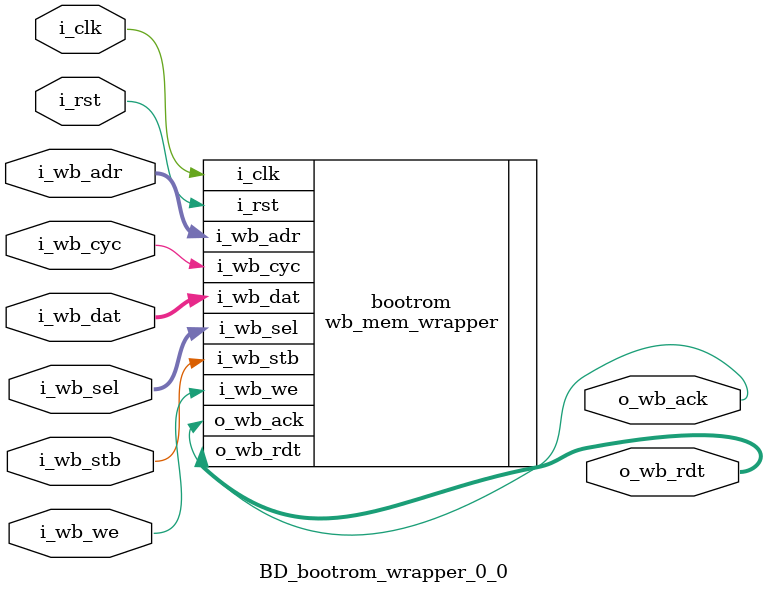
<source format=v>
`timescale 1ns / 1ps


module BD_bootrom_wrapper_0_0(
   input wire 			     i_clk,
   input wire 			     i_rst,
   input wire [31:0] i_wb_adr,
   input wire [31:0] 		     i_wb_dat,
   input wire [3:0] 		     i_wb_sel,
   input wire 			     i_wb_we ,
   input wire 			     i_wb_cyc,
   input wire 			     i_wb_stb,
   output wire 			     o_wb_ack,
   output wire [31:0] 		     o_wb_rdt);
    
    
   wb_mem_wrapper bootrom
     (.i_clk    (i_clk),
      .i_rst    (i_rst),
      .i_wb_adr (i_wb_adr),
      .i_wb_dat (i_wb_dat),
      .i_wb_sel (i_wb_sel),
      .i_wb_we  (i_wb_we),
      .i_wb_cyc (i_wb_cyc),
      .i_wb_stb (i_wb_stb),
      .o_wb_rdt (o_wb_rdt),
      .o_wb_ack (o_wb_ack));    
endmodule

</source>
